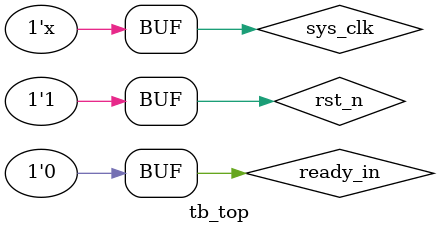
<source format=v>
`timescale 1ns/1ns
module tb_top();

reg sys_clk;
reg rst_n;
reg ready_in;
wire [2:0] result;



always #10 sys_clk = ~sys_clk; //生成50MHZ 20ns的时钟信号

initial begin
    sys_clk = 1'b1;
    rst_n <= 1'b0;
    #20
    rst_n <= 1'b1; end//初始化clk和rst_n



initial begin
    ready_in <= 1'b0;
    #80
    ready_in <= 1'b1;
    #20
    ready_in <= 1'b0;
    #40
    ready_in <= 1'b1;
    #20
    ready_in <= 1'b0;
    #40
    ready_in <= 1'b1;
    #20
    ready_in <= 1'b0;    
end


top inst_top
(
    .sys_clk (sys_clk),
    .rst_n   (rst_n),
    .ready_in(ready_in),

    .result  (result)
);

endmodule






</source>
